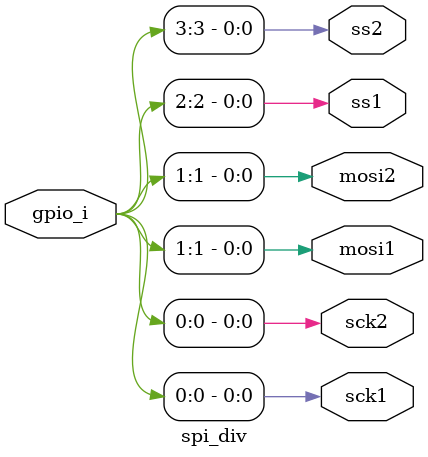
<source format=v>

module spi_div (
    input  [3:0] gpio_i,
    output       sck1,
    output       sck2,
    output       mosi1,
    output       mosi2,
    output       ss1,
    output       ss2
);

  // MAP GPIO to SPI
  assign sck1  = gpio_i[0];
  assign sck2  = gpio_i[0];

  assign mosi1 = gpio_i[1];
  assign mosi2 = gpio_i[1];

  assign ss1   = gpio_i[2];
  assign ss2   = gpio_i[3];

endmodule  //spi_div

</source>
